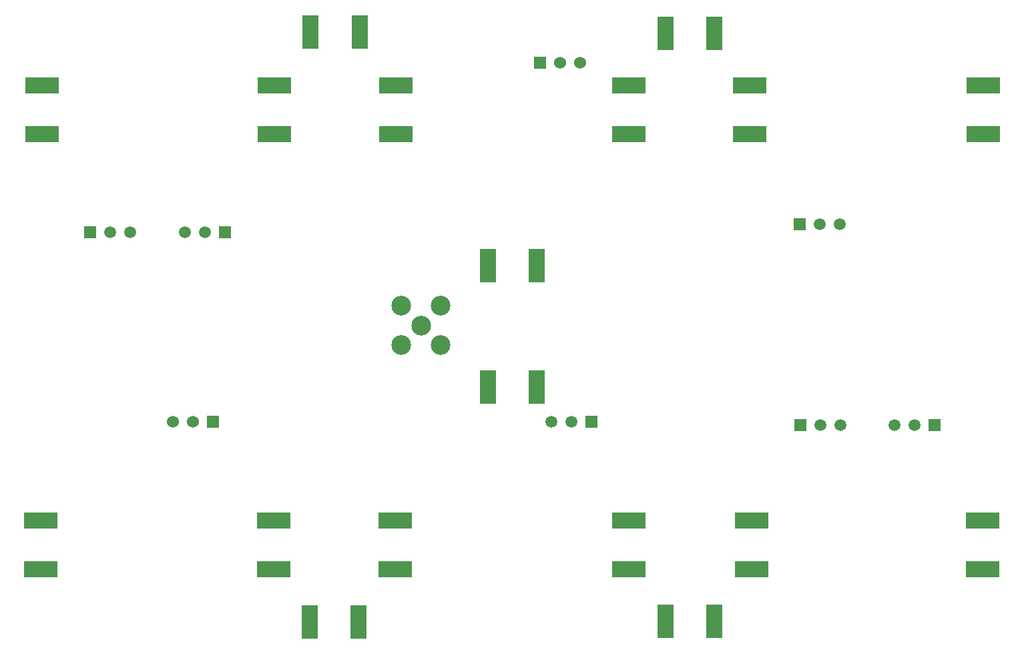
<source format=gbr>
%FSTAX44Y44*%
%MOMM*%
%SFA1B1*%

%IPPOS*%
%ADD14R,4.199992X1.999996*%
%ADD21R,1.999996X4.199992*%
%ADD76C,1.499997*%
%ADD77R,1.499997X1.499997*%
%ADD78R,1.529997X1.529997*%
%ADD79C,1.529997*%
%ADD80C,2.499995*%
%LNradar_1ghz_pads_bot-1*%
%LPD*%
G54D14*
X00321999Y-00706999D03*
Y-00644999D03*
X00027999Y-00092999D03*
Y-00154999D03*
X00322999D03*
Y-00092999D03*
X00026999Y-00706999D03*
Y-00644999D03*
X00772999Y-00092999D03*
Y-00154999D03*
X01220999Y-00644999D03*
Y-00706999D03*
X00925999Y-00154999D03*
Y-00092999D03*
X00772999Y-00644999D03*
Y-00706999D03*
X00927999D03*
Y-00644999D03*
X01221999Y-00092999D03*
Y-00154999D03*
X00475999Y-00706999D03*
Y-00644999D03*
X00476999Y-00154999D03*
Y-00092999D03*
G54D21*
X00655999Y-00475999D03*
X00593999D03*
X00818999Y-00772999D03*
X00880999D03*
X00367999Y-00773999D03*
X00429999D03*
X00818999Y-00026999D03*
X00880999D03*
X00368999Y-00025999D03*
X00430999D03*
X00655999Y-00321999D03*
X00593999D03*
G54D76*
X01040399Y-00269499D03*
X01014999D03*
X00674599Y-00519999D03*
X00699999D03*
X01134599Y-00524499D03*
X01109199D03*
X010154D03*
X010408D03*
X00234999Y-00279999D03*
X00209599D03*
X00114999D03*
X00140399D03*
G54D77*
X00989599Y-00269499D03*
X00725399Y-00519999D03*
X01159999Y-00524499D03*
X0099D03*
X00260399Y-00279999D03*
X00089599D03*
G54D78*
X00659599Y-00064999D03*
X00245399Y-00519999D03*
G54D79*
X00684999Y-00064999D03*
X00710399D03*
X00194599Y-00519999D03*
X00219999D03*
G54D80*
X00508999Y-00397999D03*
X00483999Y-00372999D03*
Y-00422999D03*
X00533999D03*
Y-00372999D03*
M02*
</source>
